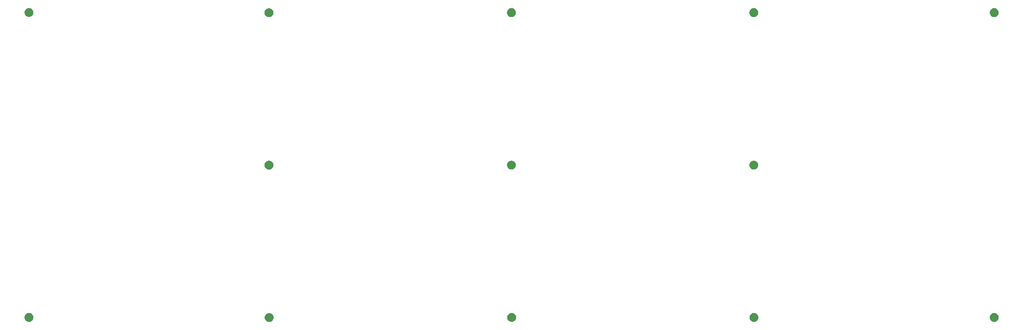
<source format=gbr>
G04 #@! TF.GenerationSoftware,KiCad,Pcbnew,(5.0.2)-1*
G04 #@! TF.CreationDate,2019-05-14T12:05:51-04:00*
G04 #@! TF.ProjectId,bottom_plate,626f7474-6f6d-45f7-906c-6174652e6b69,rev?*
G04 #@! TF.SameCoordinates,Original*
G04 #@! TF.FileFunction,Soldermask,Bot*
G04 #@! TF.FilePolarity,Negative*
%FSLAX46Y46*%
G04 Gerber Fmt 4.6, Leading zero omitted, Abs format (unit mm)*
G04 Created by KiCad (PCBNEW (5.0.2)-1) date 5/14/2019 12:05:51 PM*
%MOMM*%
%LPD*%
G01*
G04 APERTURE LIST*
%ADD10C,0.100000*%
G04 APERTURE END LIST*
D10*
G36*
X82326934Y-97140432D02*
X82536402Y-97227196D01*
X82724923Y-97353162D01*
X82885238Y-97513477D01*
X83011204Y-97701998D01*
X83097968Y-97911466D01*
X83142200Y-98133835D01*
X83142200Y-98360565D01*
X83097968Y-98582934D01*
X83011204Y-98792402D01*
X82885238Y-98980923D01*
X82724923Y-99141238D01*
X82536402Y-99267204D01*
X82326934Y-99353968D01*
X82104565Y-99398200D01*
X81877835Y-99398200D01*
X81655466Y-99353968D01*
X81445998Y-99267204D01*
X81257477Y-99141238D01*
X81097162Y-98980923D01*
X80971196Y-98792402D01*
X80884432Y-98582934D01*
X80840200Y-98360565D01*
X80840200Y-98133835D01*
X80884432Y-97911466D01*
X80971196Y-97701998D01*
X81097162Y-97513477D01*
X81257477Y-97353162D01*
X81445998Y-97227196D01*
X81655466Y-97140432D01*
X81877835Y-97096200D01*
X82104565Y-97096200D01*
X82326934Y-97140432D01*
X82326934Y-97140432D01*
G37*
G36*
X270515534Y-97115032D02*
X270725002Y-97201796D01*
X270913523Y-97327762D01*
X271073838Y-97488077D01*
X271199804Y-97676598D01*
X271286568Y-97886066D01*
X271330800Y-98108435D01*
X271330800Y-98335165D01*
X271286568Y-98557534D01*
X271199804Y-98767002D01*
X271073838Y-98955523D01*
X270913523Y-99115838D01*
X270725002Y-99241804D01*
X270515534Y-99328568D01*
X270293165Y-99372800D01*
X270066435Y-99372800D01*
X269844066Y-99328568D01*
X269634598Y-99241804D01*
X269446077Y-99115838D01*
X269285762Y-98955523D01*
X269159796Y-98767002D01*
X269073032Y-98557534D01*
X269028800Y-98335165D01*
X269028800Y-98108435D01*
X269073032Y-97886066D01*
X269159796Y-97676598D01*
X269285762Y-97488077D01*
X269446077Y-97327762D01*
X269634598Y-97201796D01*
X269844066Y-97115032D01*
X270066435Y-97070800D01*
X270293165Y-97070800D01*
X270515534Y-97115032D01*
X270515534Y-97115032D01*
G37*
G36*
X208158534Y-97115032D02*
X208368002Y-97201796D01*
X208556523Y-97327762D01*
X208716838Y-97488077D01*
X208842804Y-97676598D01*
X208929568Y-97886066D01*
X208973800Y-98108435D01*
X208973800Y-98335165D01*
X208929568Y-98557534D01*
X208842804Y-98767002D01*
X208716838Y-98955523D01*
X208556523Y-99115838D01*
X208368002Y-99241804D01*
X208158534Y-99328568D01*
X207936165Y-99372800D01*
X207709435Y-99372800D01*
X207487066Y-99328568D01*
X207277598Y-99241804D01*
X207089077Y-99115838D01*
X206928762Y-98955523D01*
X206802796Y-98767002D01*
X206716032Y-98557534D01*
X206671800Y-98335165D01*
X206671800Y-98108435D01*
X206716032Y-97886066D01*
X206802796Y-97676598D01*
X206928762Y-97488077D01*
X207089077Y-97327762D01*
X207277598Y-97201796D01*
X207487066Y-97115032D01*
X207709435Y-97070800D01*
X207936165Y-97070800D01*
X208158534Y-97115032D01*
X208158534Y-97115032D01*
G37*
G36*
X145268134Y-97115032D02*
X145477602Y-97201796D01*
X145666123Y-97327762D01*
X145826438Y-97488077D01*
X145952404Y-97676598D01*
X146039168Y-97886066D01*
X146083400Y-98108435D01*
X146083400Y-98335165D01*
X146039168Y-98557534D01*
X145952404Y-98767002D01*
X145826438Y-98955523D01*
X145666123Y-99115838D01*
X145477602Y-99241804D01*
X145268134Y-99328568D01*
X145045765Y-99372800D01*
X144819035Y-99372800D01*
X144596666Y-99328568D01*
X144387198Y-99241804D01*
X144198677Y-99115838D01*
X144038362Y-98955523D01*
X143912396Y-98767002D01*
X143825632Y-98557534D01*
X143781400Y-98335165D01*
X143781400Y-98108435D01*
X143825632Y-97886066D01*
X143912396Y-97676598D01*
X144038362Y-97488077D01*
X144198677Y-97327762D01*
X144387198Y-97201796D01*
X144596666Y-97115032D01*
X144819035Y-97070800D01*
X145045765Y-97070800D01*
X145268134Y-97115032D01*
X145268134Y-97115032D01*
G37*
G36*
X19995334Y-97115032D02*
X20204802Y-97201796D01*
X20393323Y-97327762D01*
X20553638Y-97488077D01*
X20679604Y-97676598D01*
X20766368Y-97886066D01*
X20810600Y-98108435D01*
X20810600Y-98335165D01*
X20766368Y-98557534D01*
X20679604Y-98767002D01*
X20553638Y-98955523D01*
X20393323Y-99115838D01*
X20204802Y-99241804D01*
X19995334Y-99328568D01*
X19772965Y-99372800D01*
X19546235Y-99372800D01*
X19323866Y-99328568D01*
X19114398Y-99241804D01*
X18925877Y-99115838D01*
X18765562Y-98955523D01*
X18639596Y-98767002D01*
X18552832Y-98557534D01*
X18508600Y-98335165D01*
X18508600Y-98108435D01*
X18552832Y-97886066D01*
X18639596Y-97676598D01*
X18765562Y-97488077D01*
X18925877Y-97327762D01*
X19114398Y-97201796D01*
X19323866Y-97115032D01*
X19546235Y-97070800D01*
X19772965Y-97070800D01*
X19995334Y-97115032D01*
X19995334Y-97115032D01*
G37*
G36*
X82276134Y-57618032D02*
X82485602Y-57704796D01*
X82674123Y-57830762D01*
X82834438Y-57991077D01*
X82960404Y-58179598D01*
X83047168Y-58389066D01*
X83091400Y-58611435D01*
X83091400Y-58838165D01*
X83047168Y-59060534D01*
X82960404Y-59270002D01*
X82834438Y-59458523D01*
X82674123Y-59618838D01*
X82485602Y-59744804D01*
X82276134Y-59831568D01*
X82053765Y-59875800D01*
X81827035Y-59875800D01*
X81604666Y-59831568D01*
X81395198Y-59744804D01*
X81206677Y-59618838D01*
X81046362Y-59458523D01*
X80920396Y-59270002D01*
X80833632Y-59060534D01*
X80789400Y-58838165D01*
X80789400Y-58611435D01*
X80833632Y-58389066D01*
X80920396Y-58179598D01*
X81046362Y-57991077D01*
X81206677Y-57830762D01*
X81395198Y-57704796D01*
X81604666Y-57618032D01*
X81827035Y-57573800D01*
X82053765Y-57573800D01*
X82276134Y-57618032D01*
X82276134Y-57618032D01*
G37*
G36*
X145217334Y-57592632D02*
X145426802Y-57679396D01*
X145615323Y-57805362D01*
X145775638Y-57965677D01*
X145901604Y-58154198D01*
X145988368Y-58363666D01*
X146032600Y-58586035D01*
X146032600Y-58812765D01*
X145988368Y-59035134D01*
X145901604Y-59244602D01*
X145775638Y-59433123D01*
X145615323Y-59593438D01*
X145426802Y-59719404D01*
X145217334Y-59806168D01*
X144994965Y-59850400D01*
X144768235Y-59850400D01*
X144545866Y-59806168D01*
X144336398Y-59719404D01*
X144147877Y-59593438D01*
X143987562Y-59433123D01*
X143861596Y-59244602D01*
X143774832Y-59035134D01*
X143730600Y-58812765D01*
X143730600Y-58586035D01*
X143774832Y-58363666D01*
X143861596Y-58154198D01*
X143987562Y-57965677D01*
X144147877Y-57805362D01*
X144336398Y-57679396D01*
X144545866Y-57592632D01*
X144768235Y-57548400D01*
X144994965Y-57548400D01*
X145217334Y-57592632D01*
X145217334Y-57592632D01*
G37*
G36*
X208107734Y-57592632D02*
X208317202Y-57679396D01*
X208505723Y-57805362D01*
X208666038Y-57965677D01*
X208792004Y-58154198D01*
X208878768Y-58363666D01*
X208923000Y-58586035D01*
X208923000Y-58812765D01*
X208878768Y-59035134D01*
X208792004Y-59244602D01*
X208666038Y-59433123D01*
X208505723Y-59593438D01*
X208317202Y-59719404D01*
X208107734Y-59806168D01*
X207885365Y-59850400D01*
X207658635Y-59850400D01*
X207436266Y-59806168D01*
X207226798Y-59719404D01*
X207038277Y-59593438D01*
X206877962Y-59433123D01*
X206751996Y-59244602D01*
X206665232Y-59035134D01*
X206621000Y-58812765D01*
X206621000Y-58586035D01*
X206665232Y-58363666D01*
X206751996Y-58154198D01*
X206877962Y-57965677D01*
X207038277Y-57805362D01*
X207226798Y-57679396D01*
X207436266Y-57592632D01*
X207658635Y-57548400D01*
X207885365Y-57548400D01*
X208107734Y-57592632D01*
X208107734Y-57592632D01*
G37*
G36*
X82276134Y-18070232D02*
X82485602Y-18156996D01*
X82674123Y-18282962D01*
X82834438Y-18443277D01*
X82960404Y-18631798D01*
X83047168Y-18841266D01*
X83091400Y-19063635D01*
X83091400Y-19290365D01*
X83047168Y-19512734D01*
X82960404Y-19722202D01*
X82834438Y-19910723D01*
X82674123Y-20071038D01*
X82485602Y-20197004D01*
X82276134Y-20283768D01*
X82053765Y-20328000D01*
X81827035Y-20328000D01*
X81604666Y-20283768D01*
X81395198Y-20197004D01*
X81206677Y-20071038D01*
X81046362Y-19910723D01*
X80920396Y-19722202D01*
X80833632Y-19512734D01*
X80789400Y-19290365D01*
X80789400Y-19063635D01*
X80833632Y-18841266D01*
X80920396Y-18631798D01*
X81046362Y-18443277D01*
X81206677Y-18282962D01*
X81395198Y-18156996D01*
X81604666Y-18070232D01*
X81827035Y-18026000D01*
X82053765Y-18026000D01*
X82276134Y-18070232D01*
X82276134Y-18070232D01*
G37*
G36*
X270515534Y-18044832D02*
X270725002Y-18131596D01*
X270913523Y-18257562D01*
X271073838Y-18417877D01*
X271199804Y-18606398D01*
X271286568Y-18815866D01*
X271330800Y-19038235D01*
X271330800Y-19264965D01*
X271286568Y-19487334D01*
X271199804Y-19696802D01*
X271073838Y-19885323D01*
X270913523Y-20045638D01*
X270725002Y-20171604D01*
X270515534Y-20258368D01*
X270293165Y-20302600D01*
X270066435Y-20302600D01*
X269844066Y-20258368D01*
X269634598Y-20171604D01*
X269446077Y-20045638D01*
X269285762Y-19885323D01*
X269159796Y-19696802D01*
X269073032Y-19487334D01*
X269028800Y-19264965D01*
X269028800Y-19038235D01*
X269073032Y-18815866D01*
X269159796Y-18606398D01*
X269285762Y-18417877D01*
X269446077Y-18257562D01*
X269634598Y-18131596D01*
X269844066Y-18044832D01*
X270066435Y-18000600D01*
X270293165Y-18000600D01*
X270515534Y-18044832D01*
X270515534Y-18044832D01*
G37*
G36*
X145217334Y-18044832D02*
X145426802Y-18131596D01*
X145615323Y-18257562D01*
X145775638Y-18417877D01*
X145901604Y-18606398D01*
X145988368Y-18815866D01*
X146032600Y-19038235D01*
X146032600Y-19264965D01*
X145988368Y-19487334D01*
X145901604Y-19696802D01*
X145775638Y-19885323D01*
X145615323Y-20045638D01*
X145426802Y-20171604D01*
X145217334Y-20258368D01*
X144994965Y-20302600D01*
X144768235Y-20302600D01*
X144545866Y-20258368D01*
X144336398Y-20171604D01*
X144147877Y-20045638D01*
X143987562Y-19885323D01*
X143861596Y-19696802D01*
X143774832Y-19487334D01*
X143730600Y-19264965D01*
X143730600Y-19038235D01*
X143774832Y-18815866D01*
X143861596Y-18606398D01*
X143987562Y-18417877D01*
X144147877Y-18257562D01*
X144336398Y-18131596D01*
X144545866Y-18044832D01*
X144768235Y-18000600D01*
X144994965Y-18000600D01*
X145217334Y-18044832D01*
X145217334Y-18044832D01*
G37*
G36*
X208107734Y-18044832D02*
X208317202Y-18131596D01*
X208505723Y-18257562D01*
X208666038Y-18417877D01*
X208792004Y-18606398D01*
X208878768Y-18815866D01*
X208923000Y-19038235D01*
X208923000Y-19264965D01*
X208878768Y-19487334D01*
X208792004Y-19696802D01*
X208666038Y-19885323D01*
X208505723Y-20045638D01*
X208317202Y-20171604D01*
X208107734Y-20258368D01*
X207885365Y-20302600D01*
X207658635Y-20302600D01*
X207436266Y-20258368D01*
X207226798Y-20171604D01*
X207038277Y-20045638D01*
X206877962Y-19885323D01*
X206751996Y-19696802D01*
X206665232Y-19487334D01*
X206621000Y-19264965D01*
X206621000Y-19038235D01*
X206665232Y-18815866D01*
X206751996Y-18606398D01*
X206877962Y-18417877D01*
X207038277Y-18257562D01*
X207226798Y-18131596D01*
X207436266Y-18044832D01*
X207658635Y-18000600D01*
X207885365Y-18000600D01*
X208107734Y-18044832D01*
X208107734Y-18044832D01*
G37*
G36*
X19995334Y-18019432D02*
X20204802Y-18106196D01*
X20393323Y-18232162D01*
X20553638Y-18392477D01*
X20679604Y-18580998D01*
X20766368Y-18790466D01*
X20810600Y-19012835D01*
X20810600Y-19239565D01*
X20766368Y-19461934D01*
X20679604Y-19671402D01*
X20553638Y-19859923D01*
X20393323Y-20020238D01*
X20204802Y-20146204D01*
X19995334Y-20232968D01*
X19772965Y-20277200D01*
X19546235Y-20277200D01*
X19323866Y-20232968D01*
X19114398Y-20146204D01*
X18925877Y-20020238D01*
X18765562Y-19859923D01*
X18639596Y-19671402D01*
X18552832Y-19461934D01*
X18508600Y-19239565D01*
X18508600Y-19012835D01*
X18552832Y-18790466D01*
X18639596Y-18580998D01*
X18765562Y-18392477D01*
X18925877Y-18232162D01*
X19114398Y-18106196D01*
X19323866Y-18019432D01*
X19546235Y-17975200D01*
X19772965Y-17975200D01*
X19995334Y-18019432D01*
X19995334Y-18019432D01*
G37*
M02*

</source>
